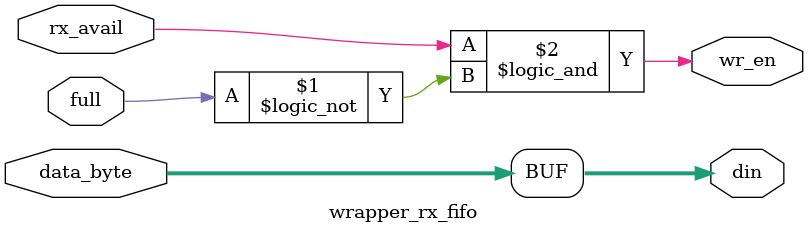
<source format=v>
`timescale 1ns / 1ps

module wrapper_rx_fifo(
    input wire rx_avail,
    input wire [7:0] data_byte,
    input wire full,
    output wire wr_en,
    output wire [7:0] din
    );
    assign din = data_byte;
    assign wr_en = rx_avail && !full;
endmodule

</source>
